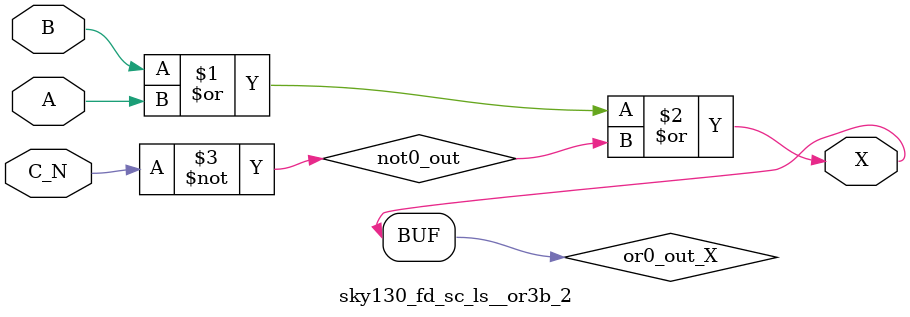
<source format=v>
/*
 * Copyright 2020 The SkyWater PDK Authors
 *
 * Licensed under the Apache License, Version 2.0 (the "License");
 * you may not use this file except in compliance with the License.
 * You may obtain a copy of the License at
 *
 *     https://www.apache.org/licenses/LICENSE-2.0
 *
 * Unless required by applicable law or agreed to in writing, software
 * distributed under the License is distributed on an "AS IS" BASIS,
 * WITHOUT WARRANTIES OR CONDITIONS OF ANY KIND, either express or implied.
 * See the License for the specific language governing permissions and
 * limitations under the License.
 *
 * SPDX-License-Identifier: Apache-2.0
*/


`ifndef SKY130_FD_SC_LS__OR3B_2_FUNCTIONAL_V
`define SKY130_FD_SC_LS__OR3B_2_FUNCTIONAL_V

/**
 * or3b: 3-input OR, first input inverted.
 *
 * Verilog simulation functional model.
 */

`timescale 1ns / 1ps
`default_nettype none

`celldefine
module sky130_fd_sc_ls__or3b_2 (
    X  ,
    A  ,
    B  ,
    C_N
);

    // Module ports
    output X  ;
    input  A  ;
    input  B  ;
    input  C_N;

    // Local signals
    wire not0_out ;
    wire or0_out_X;

    //  Name  Output     Other arguments
    not not0 (not0_out , C_N            );
    or  or0  (or0_out_X, B, A, not0_out );
    buf buf0 (X        , or0_out_X      );

endmodule
`endcelldefine

`default_nettype wire
`endif  // SKY130_FD_SC_LS__OR3B_2_FUNCTIONAL_V

</source>
